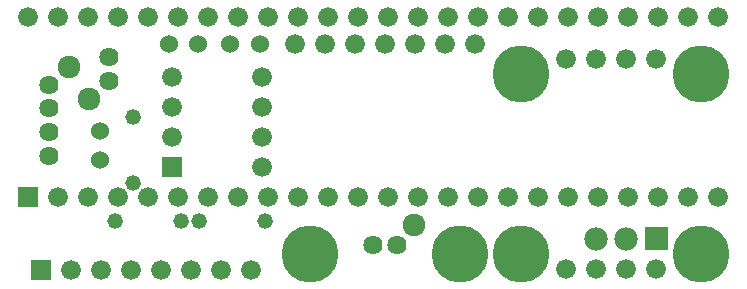
<source format=gbr>
G04 start of page 6 for group -4063 idx -4063 *
G04 Title: simple, componentmask *
G04 Creator: pcb 20140316 *
G04 CreationDate: Wed 21 Feb 2018 06:48:06 PM GMT UTC *
G04 For: brian *
G04 Format: Gerber/RS-274X *
G04 PCB-Dimensions (mil): 6000.00 5000.00 *
G04 PCB-Coordinate-Origin: lower left *
%MOIN*%
%FSLAX25Y25*%
%LNTOPMASK*%
%ADD67C,0.0600*%
%ADD66C,0.0757*%
%ADD65C,0.0640*%
%ADD64C,0.0520*%
%ADD63C,0.0780*%
%ADD62C,0.0001*%
%ADD61C,0.1900*%
%ADD60C,0.0660*%
G54D60*X268000Y349000D03*
X278000D03*
X288000D03*
X298000D03*
X308000D03*
X318000D03*
X328000D03*
X338000D03*
X348000D03*
X358000D03*
X368000D03*
Y409000D03*
X358000D03*
G54D61*X362500Y390000D03*
G54D60*X348000Y409000D03*
X347500Y395000D03*
X337500D03*
X327500D03*
X317500D03*
X338000Y409000D03*
X328000D03*
X318000D03*
G54D62*G36*
X343600Y338900D02*Y331100D01*
X351400D01*
Y338900D01*
X343600D01*
G37*
G54D60*X347500Y325000D03*
G54D61*X362500Y330000D03*
G54D63*X337500Y335000D03*
G54D60*Y325000D03*
G54D63*X327500Y335000D03*
G54D60*Y325000D03*
X317500D03*
G54D61*X302500Y330000D03*
G54D60*X308000Y409000D03*
X298000D03*
X288000D03*
X278000D03*
X268000D03*
X267000Y400000D03*
X277000D03*
X287000D03*
G54D61*X302500Y390000D03*
G54D60*X218000Y349000D03*
G54D64*X217024Y341000D03*
G54D60*X228000Y349000D03*
G54D61*X232000Y330000D03*
G54D60*X238000Y349000D03*
X248000D03*
X258000D03*
G54D65*X253063Y333000D03*
X260937D03*
G54D66*X266843Y339693D03*
G54D61*X282000Y330000D03*
G54D60*X208000Y349000D03*
X216000Y359000D03*
G54D62*G36*
X182700Y362300D02*Y355700D01*
X189300D01*
Y362300D01*
X182700D01*
G37*
G54D60*X186000Y369000D03*
X216000D03*
X186000Y379000D03*
Y389000D03*
X216000D03*
Y379000D03*
G54D64*X173000Y375524D03*
G54D62*G36*
X134700Y352300D02*Y345700D01*
X141300D01*
Y352300D01*
X134700D01*
G37*
G54D60*X148000Y349000D03*
X158000D03*
G54D62*G36*
X139200Y327800D02*Y321200D01*
X145800D01*
Y327800D01*
X139200D01*
G37*
G54D60*X152500Y324500D03*
G54D65*X145000Y362689D03*
Y370563D03*
Y378437D03*
Y386311D03*
G54D66*X151693Y392217D03*
G54D65*X165000Y395437D03*
Y387563D03*
G54D66*X158307Y381657D03*
G54D67*X162000Y361079D03*
Y370921D03*
G54D60*X258000Y409000D03*
X248000D03*
X238000D03*
X218000D03*
X208000D03*
X198000D03*
X188000D03*
G54D67*X185079Y400000D03*
X194921D03*
G54D60*X178000Y409000D03*
X168000D03*
X158000D03*
X148000D03*
X138000D03*
X228000D03*
X227000Y400000D03*
X237000D03*
X247000D03*
G54D67*X215421D03*
X205579D03*
G54D60*X257000D03*
X168000Y349000D03*
X178000D03*
G54D64*X173000Y353476D03*
X166976Y341000D03*
G54D60*X162500Y324500D03*
X172500D03*
X182500D03*
X192500D03*
X202500D03*
X212500D03*
X188000Y349000D03*
X198000D03*
G54D64*X194976Y341000D03*
X189024D03*
M02*

</source>
